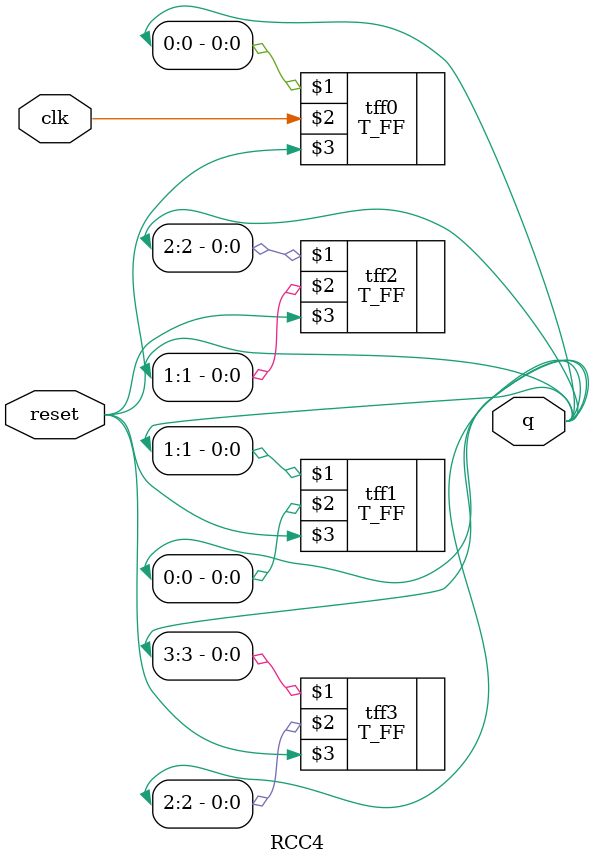
<source format=v>
`include "T_FF.v"
module RCC4(q, clk, reset);
input clk, reset;
output [3:0] q;

	T_FF tff0 (q[0], clk, reset);
	T_FF tff1 (q[1], q[0], reset);
	T_FF tff2 (q[2], q[1], reset);
	T_FF tff3 (q[3], q[2], reset);

endmodule
</source>
